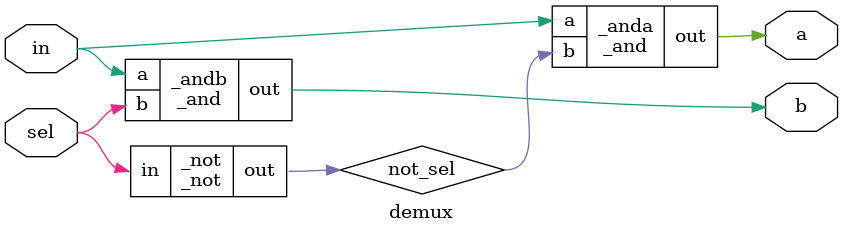
<source format=v>

module _nand(
    input wire a,
    input wire b,
    output wire out
    );

    // Define using builtin Verilog code since we will use this as the fundamental building block.
    assign out = ~(a & b);

endmodule

module _not(
    input in,
    output wire out
    );

    _nand _nand(.a(in), .b(in), .out(out));

endmodule

module _and(
    input wire a,
    input wire b,
    output wire out
    );

    wire w;

    _nand _nand(.a(a), .b(b), .out(w));
    _not _not(.in(w), .out(out));

endmodule

module _or(
    input wire a,
    input wire b,
    output wire out
    );

    wire n_a, n_b;

    _nand _nand_a(.a(a), .b(a), .out(n_a));
    _nand _nand_b(.a(b), .b(b), .out(n_b));
    _nand _nand_out(.a(n_a), .b(n_b), .out(out));

endmodule

module _xor(
    input wire a,
    input wire b,
    output wire out
    );

    wire a_or_b, not_a_and_not_b;

    _or _or(.a(a), .b(b), .out(a_or_b));
    _nand _nand(.a(a), .b(b), .out(not_a_and_not_b));
    _and _and(.a(a_or_b), .b(not_a_and_not_b), .out(out));

endmodule

module mux(
    input wire a,
    input wire b,
    input wire sel,
    output wire out
    );

    wire not_sel, a_and_not_sel, b_and_sel;

    _not _not(.in(sel), .out(not_sel));
    _and _anda(.a(a), .b(not_sel), .out(a_and_not_sel));
    _and _andb(.a(b), .b(sel), .out(b_and_sel));

    _or _or(.a(a_and_not_sel), .b(b_and_sel), .out(out));

endmodule

module demux(
    input wire in,
    input wire sel,
    output wire a,
    output wire b
    );

    wire not_sel;

    _not _not(.in(sel), .out(not_sel));

    _and _anda(.a(in), .b(not_sel), .out(a));
    _and _andb(.a(in), .b(sel), .out(b));

endmodule
</source>
